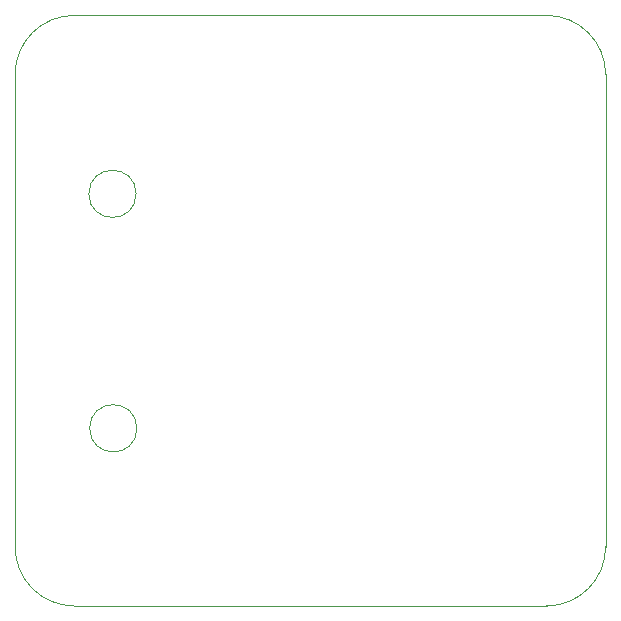
<source format=gbr>
%TF.GenerationSoftware,KiCad,Pcbnew,8.0.1*%
%TF.CreationDate,2024-04-16T23:11:11+01:00*%
%TF.ProjectId,NES_Controller_Breakout_Board,4e45535f-436f-46e7-9472-6f6c6c65725f,rev?*%
%TF.SameCoordinates,Original*%
%TF.FileFunction,Profile,NP*%
%FSLAX46Y46*%
G04 Gerber Fmt 4.6, Leading zero omitted, Abs format (unit mm)*
G04 Created by KiCad (PCBNEW 8.0.1) date 2024-04-16 23:11:11*
%MOMM*%
%LPD*%
G01*
G04 APERTURE LIST*
%TA.AperFunction,Profile*%
%ADD10C,0.050000*%
%TD*%
%TA.AperFunction,Profile*%
%ADD11C,0.100000*%
%TD*%
G04 APERTURE END LIST*
D10*
X181900426Y-140000000D02*
G75*
G02*
X176900426Y-145000026I-5000026J0D01*
G01*
X131900426Y-100000000D02*
G75*
G02*
X136900426Y-95000026I4999974J0D01*
G01*
X176900426Y-95000000D02*
G75*
G02*
X181900400Y-100000000I-26J-5000000D01*
G01*
X136900426Y-145000000D02*
X176900426Y-145000000D01*
X176900426Y-95000000D02*
X136900426Y-95000000D01*
X136900426Y-145000000D02*
G75*
G02*
X131900400Y-140000000I-26J5000000D01*
G01*
X131900426Y-100000000D02*
X131900426Y-140000000D01*
X181900426Y-140000000D02*
X181900426Y-100000000D01*
D11*
%TO.C,J1*%
X142144820Y-110110080D02*
G75*
G02*
X138144820Y-110110080I-2000000J0D01*
G01*
X138144820Y-110110080D02*
G75*
G02*
X142144820Y-110110080I2000000J0D01*
G01*
X142212568Y-129961073D02*
G75*
G02*
X138212568Y-129961073I-2000000J0D01*
G01*
X138212568Y-129961073D02*
G75*
G02*
X142212568Y-129961073I2000000J0D01*
G01*
%TD*%
M02*

</source>
